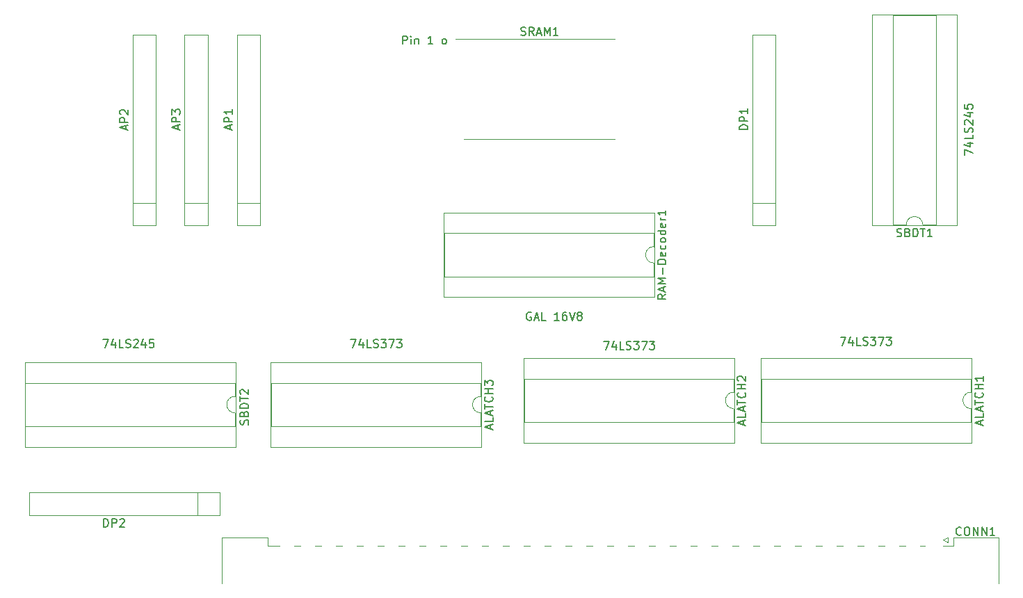
<source format=gbr>
%TF.GenerationSoftware,KiCad,Pcbnew,8.0.1*%
%TF.CreationDate,2024-03-31T12:23:00+01:00*%
%TF.ProjectId,Apricot-Xi-Expansion-RAM,41707269-636f-4742-9d58-692d45787061,rev?*%
%TF.SameCoordinates,Original*%
%TF.FileFunction,Legend,Top*%
%TF.FilePolarity,Positive*%
%FSLAX46Y46*%
G04 Gerber Fmt 4.6, Leading zero omitted, Abs format (unit mm)*
G04 Created by KiCad (PCBNEW 8.0.1) date 2024-03-31 12:23:00*
%MOMM*%
%LPD*%
G01*
G04 APERTURE LIST*
%ADD10C,0.200000*%
%ADD11C,0.150000*%
%ADD12C,0.120000*%
%ADD13C,0.100000*%
G04 APERTURE END LIST*
D10*
X146061673Y-52692719D02*
X146061673Y-51692719D01*
X146061673Y-51692719D02*
X146442625Y-51692719D01*
X146442625Y-51692719D02*
X146537863Y-51740338D01*
X146537863Y-51740338D02*
X146585482Y-51787957D01*
X146585482Y-51787957D02*
X146633101Y-51883195D01*
X146633101Y-51883195D02*
X146633101Y-52026052D01*
X146633101Y-52026052D02*
X146585482Y-52121290D01*
X146585482Y-52121290D02*
X146537863Y-52168909D01*
X146537863Y-52168909D02*
X146442625Y-52216528D01*
X146442625Y-52216528D02*
X146061673Y-52216528D01*
X147061673Y-52692719D02*
X147061673Y-52026052D01*
X147061673Y-51692719D02*
X147014054Y-51740338D01*
X147014054Y-51740338D02*
X147061673Y-51787957D01*
X147061673Y-51787957D02*
X147109292Y-51740338D01*
X147109292Y-51740338D02*
X147061673Y-51692719D01*
X147061673Y-51692719D02*
X147061673Y-51787957D01*
X147537863Y-52026052D02*
X147537863Y-52692719D01*
X147537863Y-52121290D02*
X147585482Y-52073671D01*
X147585482Y-52073671D02*
X147680720Y-52026052D01*
X147680720Y-52026052D02*
X147823577Y-52026052D01*
X147823577Y-52026052D02*
X147918815Y-52073671D01*
X147918815Y-52073671D02*
X147966434Y-52168909D01*
X147966434Y-52168909D02*
X147966434Y-52692719D01*
X149728339Y-52692719D02*
X149156911Y-52692719D01*
X149442625Y-52692719D02*
X149442625Y-51692719D01*
X149442625Y-51692719D02*
X149347387Y-51835576D01*
X149347387Y-51835576D02*
X149252149Y-51930814D01*
X149252149Y-51930814D02*
X149156911Y-51978433D01*
X151061673Y-52692719D02*
X150966435Y-52645100D01*
X150966435Y-52645100D02*
X150918816Y-52597480D01*
X150918816Y-52597480D02*
X150871197Y-52502242D01*
X150871197Y-52502242D02*
X150871197Y-52216528D01*
X150871197Y-52216528D02*
X150918816Y-52121290D01*
X150918816Y-52121290D02*
X150966435Y-52073671D01*
X150966435Y-52073671D02*
X151061673Y-52026052D01*
X151061673Y-52026052D02*
X151204530Y-52026052D01*
X151204530Y-52026052D02*
X151299768Y-52073671D01*
X151299768Y-52073671D02*
X151347387Y-52121290D01*
X151347387Y-52121290D02*
X151395006Y-52216528D01*
X151395006Y-52216528D02*
X151395006Y-52502242D01*
X151395006Y-52502242D02*
X151347387Y-52597480D01*
X151347387Y-52597480D02*
X151299768Y-52645100D01*
X151299768Y-52645100D02*
X151204530Y-52692719D01*
X151204530Y-52692719D02*
X151061673Y-52692719D01*
D11*
X109585725Y-88634833D02*
X110252391Y-88634833D01*
X110252391Y-88634833D02*
X109823820Y-89634833D01*
X111061915Y-88968166D02*
X111061915Y-89634833D01*
X110823820Y-88587214D02*
X110585725Y-89301499D01*
X110585725Y-89301499D02*
X111204772Y-89301499D01*
X112061915Y-89634833D02*
X111585725Y-89634833D01*
X111585725Y-89634833D02*
X111585725Y-88634833D01*
X112347630Y-89587214D02*
X112490487Y-89634833D01*
X112490487Y-89634833D02*
X112728582Y-89634833D01*
X112728582Y-89634833D02*
X112823820Y-89587214D01*
X112823820Y-89587214D02*
X112871439Y-89539594D01*
X112871439Y-89539594D02*
X112919058Y-89444356D01*
X112919058Y-89444356D02*
X112919058Y-89349118D01*
X112919058Y-89349118D02*
X112871439Y-89253880D01*
X112871439Y-89253880D02*
X112823820Y-89206261D01*
X112823820Y-89206261D02*
X112728582Y-89158642D01*
X112728582Y-89158642D02*
X112538106Y-89111023D01*
X112538106Y-89111023D02*
X112442868Y-89063404D01*
X112442868Y-89063404D02*
X112395249Y-89015785D01*
X112395249Y-89015785D02*
X112347630Y-88920547D01*
X112347630Y-88920547D02*
X112347630Y-88825309D01*
X112347630Y-88825309D02*
X112395249Y-88730071D01*
X112395249Y-88730071D02*
X112442868Y-88682452D01*
X112442868Y-88682452D02*
X112538106Y-88634833D01*
X112538106Y-88634833D02*
X112776201Y-88634833D01*
X112776201Y-88634833D02*
X112919058Y-88682452D01*
X113300011Y-88730071D02*
X113347630Y-88682452D01*
X113347630Y-88682452D02*
X113442868Y-88634833D01*
X113442868Y-88634833D02*
X113680963Y-88634833D01*
X113680963Y-88634833D02*
X113776201Y-88682452D01*
X113776201Y-88682452D02*
X113823820Y-88730071D01*
X113823820Y-88730071D02*
X113871439Y-88825309D01*
X113871439Y-88825309D02*
X113871439Y-88920547D01*
X113871439Y-88920547D02*
X113823820Y-89063404D01*
X113823820Y-89063404D02*
X113252392Y-89634833D01*
X113252392Y-89634833D02*
X113871439Y-89634833D01*
X114728582Y-88968166D02*
X114728582Y-89634833D01*
X114490487Y-88587214D02*
X114252392Y-89301499D01*
X114252392Y-89301499D02*
X114871439Y-89301499D01*
X115728582Y-88634833D02*
X115252392Y-88634833D01*
X115252392Y-88634833D02*
X115204773Y-89111023D01*
X115204773Y-89111023D02*
X115252392Y-89063404D01*
X115252392Y-89063404D02*
X115347630Y-89015785D01*
X115347630Y-89015785D02*
X115585725Y-89015785D01*
X115585725Y-89015785D02*
X115680963Y-89063404D01*
X115680963Y-89063404D02*
X115728582Y-89111023D01*
X115728582Y-89111023D02*
X115776201Y-89206261D01*
X115776201Y-89206261D02*
X115776201Y-89444356D01*
X115776201Y-89444356D02*
X115728582Y-89539594D01*
X115728582Y-89539594D02*
X115680963Y-89587214D01*
X115680963Y-89587214D02*
X115585725Y-89634833D01*
X115585725Y-89634833D02*
X115347630Y-89634833D01*
X115347630Y-89634833D02*
X115252392Y-89587214D01*
X115252392Y-89587214D02*
X115204773Y-89539594D01*
X139749688Y-88634833D02*
X140416354Y-88634833D01*
X140416354Y-88634833D02*
X139987783Y-89634833D01*
X141225878Y-88968166D02*
X141225878Y-89634833D01*
X140987783Y-88587214D02*
X140749688Y-89301499D01*
X140749688Y-89301499D02*
X141368735Y-89301499D01*
X142225878Y-89634833D02*
X141749688Y-89634833D01*
X141749688Y-89634833D02*
X141749688Y-88634833D01*
X142511593Y-89587214D02*
X142654450Y-89634833D01*
X142654450Y-89634833D02*
X142892545Y-89634833D01*
X142892545Y-89634833D02*
X142987783Y-89587214D01*
X142987783Y-89587214D02*
X143035402Y-89539594D01*
X143035402Y-89539594D02*
X143083021Y-89444356D01*
X143083021Y-89444356D02*
X143083021Y-89349118D01*
X143083021Y-89349118D02*
X143035402Y-89253880D01*
X143035402Y-89253880D02*
X142987783Y-89206261D01*
X142987783Y-89206261D02*
X142892545Y-89158642D01*
X142892545Y-89158642D02*
X142702069Y-89111023D01*
X142702069Y-89111023D02*
X142606831Y-89063404D01*
X142606831Y-89063404D02*
X142559212Y-89015785D01*
X142559212Y-89015785D02*
X142511593Y-88920547D01*
X142511593Y-88920547D02*
X142511593Y-88825309D01*
X142511593Y-88825309D02*
X142559212Y-88730071D01*
X142559212Y-88730071D02*
X142606831Y-88682452D01*
X142606831Y-88682452D02*
X142702069Y-88634833D01*
X142702069Y-88634833D02*
X142940164Y-88634833D01*
X142940164Y-88634833D02*
X143083021Y-88682452D01*
X143416355Y-88634833D02*
X144035402Y-88634833D01*
X144035402Y-88634833D02*
X143702069Y-89015785D01*
X143702069Y-89015785D02*
X143844926Y-89015785D01*
X143844926Y-89015785D02*
X143940164Y-89063404D01*
X143940164Y-89063404D02*
X143987783Y-89111023D01*
X143987783Y-89111023D02*
X144035402Y-89206261D01*
X144035402Y-89206261D02*
X144035402Y-89444356D01*
X144035402Y-89444356D02*
X143987783Y-89539594D01*
X143987783Y-89539594D02*
X143940164Y-89587214D01*
X143940164Y-89587214D02*
X143844926Y-89634833D01*
X143844926Y-89634833D02*
X143559212Y-89634833D01*
X143559212Y-89634833D02*
X143463974Y-89587214D01*
X143463974Y-89587214D02*
X143416355Y-89539594D01*
X144368736Y-88634833D02*
X145035402Y-88634833D01*
X145035402Y-88634833D02*
X144606831Y-89634833D01*
X145321117Y-88634833D02*
X145940164Y-88634833D01*
X145940164Y-88634833D02*
X145606831Y-89015785D01*
X145606831Y-89015785D02*
X145749688Y-89015785D01*
X145749688Y-89015785D02*
X145844926Y-89063404D01*
X145844926Y-89063404D02*
X145892545Y-89111023D01*
X145892545Y-89111023D02*
X145940164Y-89206261D01*
X145940164Y-89206261D02*
X145940164Y-89444356D01*
X145940164Y-89444356D02*
X145892545Y-89539594D01*
X145892545Y-89539594D02*
X145844926Y-89587214D01*
X145844926Y-89587214D02*
X145749688Y-89634833D01*
X145749688Y-89634833D02*
X145463974Y-89634833D01*
X145463974Y-89634833D02*
X145368736Y-89587214D01*
X145368736Y-89587214D02*
X145321117Y-89539594D01*
X170538043Y-88870258D02*
X171204709Y-88870258D01*
X171204709Y-88870258D02*
X170776138Y-89870258D01*
X172014233Y-89203591D02*
X172014233Y-89870258D01*
X171776138Y-88822639D02*
X171538043Y-89536924D01*
X171538043Y-89536924D02*
X172157090Y-89536924D01*
X173014233Y-89870258D02*
X172538043Y-89870258D01*
X172538043Y-89870258D02*
X172538043Y-88870258D01*
X173299948Y-89822639D02*
X173442805Y-89870258D01*
X173442805Y-89870258D02*
X173680900Y-89870258D01*
X173680900Y-89870258D02*
X173776138Y-89822639D01*
X173776138Y-89822639D02*
X173823757Y-89775019D01*
X173823757Y-89775019D02*
X173871376Y-89679781D01*
X173871376Y-89679781D02*
X173871376Y-89584543D01*
X173871376Y-89584543D02*
X173823757Y-89489305D01*
X173823757Y-89489305D02*
X173776138Y-89441686D01*
X173776138Y-89441686D02*
X173680900Y-89394067D01*
X173680900Y-89394067D02*
X173490424Y-89346448D01*
X173490424Y-89346448D02*
X173395186Y-89298829D01*
X173395186Y-89298829D02*
X173347567Y-89251210D01*
X173347567Y-89251210D02*
X173299948Y-89155972D01*
X173299948Y-89155972D02*
X173299948Y-89060734D01*
X173299948Y-89060734D02*
X173347567Y-88965496D01*
X173347567Y-88965496D02*
X173395186Y-88917877D01*
X173395186Y-88917877D02*
X173490424Y-88870258D01*
X173490424Y-88870258D02*
X173728519Y-88870258D01*
X173728519Y-88870258D02*
X173871376Y-88917877D01*
X174204710Y-88870258D02*
X174823757Y-88870258D01*
X174823757Y-88870258D02*
X174490424Y-89251210D01*
X174490424Y-89251210D02*
X174633281Y-89251210D01*
X174633281Y-89251210D02*
X174728519Y-89298829D01*
X174728519Y-89298829D02*
X174776138Y-89346448D01*
X174776138Y-89346448D02*
X174823757Y-89441686D01*
X174823757Y-89441686D02*
X174823757Y-89679781D01*
X174823757Y-89679781D02*
X174776138Y-89775019D01*
X174776138Y-89775019D02*
X174728519Y-89822639D01*
X174728519Y-89822639D02*
X174633281Y-89870258D01*
X174633281Y-89870258D02*
X174347567Y-89870258D01*
X174347567Y-89870258D02*
X174252329Y-89822639D01*
X174252329Y-89822639D02*
X174204710Y-89775019D01*
X175157091Y-88870258D02*
X175823757Y-88870258D01*
X175823757Y-88870258D02*
X175395186Y-89870258D01*
X176109472Y-88870258D02*
X176728519Y-88870258D01*
X176728519Y-88870258D02*
X176395186Y-89251210D01*
X176395186Y-89251210D02*
X176538043Y-89251210D01*
X176538043Y-89251210D02*
X176633281Y-89298829D01*
X176633281Y-89298829D02*
X176680900Y-89346448D01*
X176680900Y-89346448D02*
X176728519Y-89441686D01*
X176728519Y-89441686D02*
X176728519Y-89679781D01*
X176728519Y-89679781D02*
X176680900Y-89775019D01*
X176680900Y-89775019D02*
X176633281Y-89822639D01*
X176633281Y-89822639D02*
X176538043Y-89870258D01*
X176538043Y-89870258D02*
X176252329Y-89870258D01*
X176252329Y-89870258D02*
X176157091Y-89822639D01*
X176157091Y-89822639D02*
X176109472Y-89775019D01*
X214453557Y-66196827D02*
X214453557Y-65530161D01*
X214453557Y-65530161D02*
X215453557Y-65958732D01*
X214786890Y-64720637D02*
X215453557Y-64720637D01*
X214405938Y-64958732D02*
X215120223Y-65196827D01*
X215120223Y-65196827D02*
X215120223Y-64577780D01*
X215453557Y-63720637D02*
X215453557Y-64196827D01*
X215453557Y-64196827D02*
X214453557Y-64196827D01*
X215405938Y-63434922D02*
X215453557Y-63292065D01*
X215453557Y-63292065D02*
X215453557Y-63053970D01*
X215453557Y-63053970D02*
X215405938Y-62958732D01*
X215405938Y-62958732D02*
X215358318Y-62911113D01*
X215358318Y-62911113D02*
X215263080Y-62863494D01*
X215263080Y-62863494D02*
X215167842Y-62863494D01*
X215167842Y-62863494D02*
X215072604Y-62911113D01*
X215072604Y-62911113D02*
X215024985Y-62958732D01*
X215024985Y-62958732D02*
X214977366Y-63053970D01*
X214977366Y-63053970D02*
X214929747Y-63244446D01*
X214929747Y-63244446D02*
X214882128Y-63339684D01*
X214882128Y-63339684D02*
X214834509Y-63387303D01*
X214834509Y-63387303D02*
X214739271Y-63434922D01*
X214739271Y-63434922D02*
X214644033Y-63434922D01*
X214644033Y-63434922D02*
X214548795Y-63387303D01*
X214548795Y-63387303D02*
X214501176Y-63339684D01*
X214501176Y-63339684D02*
X214453557Y-63244446D01*
X214453557Y-63244446D02*
X214453557Y-63006351D01*
X214453557Y-63006351D02*
X214501176Y-62863494D01*
X214548795Y-62482541D02*
X214501176Y-62434922D01*
X214501176Y-62434922D02*
X214453557Y-62339684D01*
X214453557Y-62339684D02*
X214453557Y-62101589D01*
X214453557Y-62101589D02*
X214501176Y-62006351D01*
X214501176Y-62006351D02*
X214548795Y-61958732D01*
X214548795Y-61958732D02*
X214644033Y-61911113D01*
X214644033Y-61911113D02*
X214739271Y-61911113D01*
X214739271Y-61911113D02*
X214882128Y-61958732D01*
X214882128Y-61958732D02*
X215453557Y-62530160D01*
X215453557Y-62530160D02*
X215453557Y-61911113D01*
X214786890Y-61053970D02*
X215453557Y-61053970D01*
X214405938Y-61292065D02*
X215120223Y-61530160D01*
X215120223Y-61530160D02*
X215120223Y-60911113D01*
X214453557Y-60053970D02*
X214453557Y-60530160D01*
X214453557Y-60530160D02*
X214929747Y-60577779D01*
X214929747Y-60577779D02*
X214882128Y-60530160D01*
X214882128Y-60530160D02*
X214834509Y-60434922D01*
X214834509Y-60434922D02*
X214834509Y-60196827D01*
X214834509Y-60196827D02*
X214882128Y-60101589D01*
X214882128Y-60101589D02*
X214929747Y-60053970D01*
X214929747Y-60053970D02*
X215024985Y-60006351D01*
X215024985Y-60006351D02*
X215263080Y-60006351D01*
X215263080Y-60006351D02*
X215358318Y-60053970D01*
X215358318Y-60053970D02*
X215405938Y-60101589D01*
X215405938Y-60101589D02*
X215453557Y-60196827D01*
X215453557Y-60196827D02*
X215453557Y-60434922D01*
X215453557Y-60434922D02*
X215405938Y-60530160D01*
X215405938Y-60530160D02*
X215358318Y-60577779D01*
X161695142Y-85365995D02*
X161599904Y-85318376D01*
X161599904Y-85318376D02*
X161457047Y-85318376D01*
X161457047Y-85318376D02*
X161314190Y-85365995D01*
X161314190Y-85365995D02*
X161218952Y-85461233D01*
X161218952Y-85461233D02*
X161171333Y-85556471D01*
X161171333Y-85556471D02*
X161123714Y-85746947D01*
X161123714Y-85746947D02*
X161123714Y-85889804D01*
X161123714Y-85889804D02*
X161171333Y-86080280D01*
X161171333Y-86080280D02*
X161218952Y-86175518D01*
X161218952Y-86175518D02*
X161314190Y-86270757D01*
X161314190Y-86270757D02*
X161457047Y-86318376D01*
X161457047Y-86318376D02*
X161552285Y-86318376D01*
X161552285Y-86318376D02*
X161695142Y-86270757D01*
X161695142Y-86270757D02*
X161742761Y-86223137D01*
X161742761Y-86223137D02*
X161742761Y-85889804D01*
X161742761Y-85889804D02*
X161552285Y-85889804D01*
X162123714Y-86032661D02*
X162599904Y-86032661D01*
X162028476Y-86318376D02*
X162361809Y-85318376D01*
X162361809Y-85318376D02*
X162695142Y-86318376D01*
X163504666Y-86318376D02*
X163028476Y-86318376D01*
X163028476Y-86318376D02*
X163028476Y-85318376D01*
X165123714Y-86318376D02*
X164552286Y-86318376D01*
X164838000Y-86318376D02*
X164838000Y-85318376D01*
X164838000Y-85318376D02*
X164742762Y-85461233D01*
X164742762Y-85461233D02*
X164647524Y-85556471D01*
X164647524Y-85556471D02*
X164552286Y-85604090D01*
X165980857Y-85318376D02*
X165790381Y-85318376D01*
X165790381Y-85318376D02*
X165695143Y-85365995D01*
X165695143Y-85365995D02*
X165647524Y-85413614D01*
X165647524Y-85413614D02*
X165552286Y-85556471D01*
X165552286Y-85556471D02*
X165504667Y-85746947D01*
X165504667Y-85746947D02*
X165504667Y-86127899D01*
X165504667Y-86127899D02*
X165552286Y-86223137D01*
X165552286Y-86223137D02*
X165599905Y-86270757D01*
X165599905Y-86270757D02*
X165695143Y-86318376D01*
X165695143Y-86318376D02*
X165885619Y-86318376D01*
X165885619Y-86318376D02*
X165980857Y-86270757D01*
X165980857Y-86270757D02*
X166028476Y-86223137D01*
X166028476Y-86223137D02*
X166076095Y-86127899D01*
X166076095Y-86127899D02*
X166076095Y-85889804D01*
X166076095Y-85889804D02*
X166028476Y-85794566D01*
X166028476Y-85794566D02*
X165980857Y-85746947D01*
X165980857Y-85746947D02*
X165885619Y-85699328D01*
X165885619Y-85699328D02*
X165695143Y-85699328D01*
X165695143Y-85699328D02*
X165599905Y-85746947D01*
X165599905Y-85746947D02*
X165552286Y-85794566D01*
X165552286Y-85794566D02*
X165504667Y-85889804D01*
X166361810Y-85318376D02*
X166695143Y-86318376D01*
X166695143Y-86318376D02*
X167028476Y-85318376D01*
X167504667Y-85746947D02*
X167409429Y-85699328D01*
X167409429Y-85699328D02*
X167361810Y-85651709D01*
X167361810Y-85651709D02*
X167314191Y-85556471D01*
X167314191Y-85556471D02*
X167314191Y-85508852D01*
X167314191Y-85508852D02*
X167361810Y-85413614D01*
X167361810Y-85413614D02*
X167409429Y-85365995D01*
X167409429Y-85365995D02*
X167504667Y-85318376D01*
X167504667Y-85318376D02*
X167695143Y-85318376D01*
X167695143Y-85318376D02*
X167790381Y-85365995D01*
X167790381Y-85365995D02*
X167838000Y-85413614D01*
X167838000Y-85413614D02*
X167885619Y-85508852D01*
X167885619Y-85508852D02*
X167885619Y-85556471D01*
X167885619Y-85556471D02*
X167838000Y-85651709D01*
X167838000Y-85651709D02*
X167790381Y-85699328D01*
X167790381Y-85699328D02*
X167695143Y-85746947D01*
X167695143Y-85746947D02*
X167504667Y-85746947D01*
X167504667Y-85746947D02*
X167409429Y-85794566D01*
X167409429Y-85794566D02*
X167361810Y-85842185D01*
X167361810Y-85842185D02*
X167314191Y-85937423D01*
X167314191Y-85937423D02*
X167314191Y-86127899D01*
X167314191Y-86127899D02*
X167361810Y-86223137D01*
X167361810Y-86223137D02*
X167409429Y-86270757D01*
X167409429Y-86270757D02*
X167504667Y-86318376D01*
X167504667Y-86318376D02*
X167695143Y-86318376D01*
X167695143Y-86318376D02*
X167790381Y-86270757D01*
X167790381Y-86270757D02*
X167838000Y-86223137D01*
X167838000Y-86223137D02*
X167885619Y-86127899D01*
X167885619Y-86127899D02*
X167885619Y-85937423D01*
X167885619Y-85937423D02*
X167838000Y-85842185D01*
X167838000Y-85842185D02*
X167790381Y-85794566D01*
X167790381Y-85794566D02*
X167695143Y-85746947D01*
X199362555Y-88355535D02*
X200029221Y-88355535D01*
X200029221Y-88355535D02*
X199600650Y-89355535D01*
X200838745Y-88688868D02*
X200838745Y-89355535D01*
X200600650Y-88307916D02*
X200362555Y-89022201D01*
X200362555Y-89022201D02*
X200981602Y-89022201D01*
X201838745Y-89355535D02*
X201362555Y-89355535D01*
X201362555Y-89355535D02*
X201362555Y-88355535D01*
X202124460Y-89307916D02*
X202267317Y-89355535D01*
X202267317Y-89355535D02*
X202505412Y-89355535D01*
X202505412Y-89355535D02*
X202600650Y-89307916D01*
X202600650Y-89307916D02*
X202648269Y-89260296D01*
X202648269Y-89260296D02*
X202695888Y-89165058D01*
X202695888Y-89165058D02*
X202695888Y-89069820D01*
X202695888Y-89069820D02*
X202648269Y-88974582D01*
X202648269Y-88974582D02*
X202600650Y-88926963D01*
X202600650Y-88926963D02*
X202505412Y-88879344D01*
X202505412Y-88879344D02*
X202314936Y-88831725D01*
X202314936Y-88831725D02*
X202219698Y-88784106D01*
X202219698Y-88784106D02*
X202172079Y-88736487D01*
X202172079Y-88736487D02*
X202124460Y-88641249D01*
X202124460Y-88641249D02*
X202124460Y-88546011D01*
X202124460Y-88546011D02*
X202172079Y-88450773D01*
X202172079Y-88450773D02*
X202219698Y-88403154D01*
X202219698Y-88403154D02*
X202314936Y-88355535D01*
X202314936Y-88355535D02*
X202553031Y-88355535D01*
X202553031Y-88355535D02*
X202695888Y-88403154D01*
X203029222Y-88355535D02*
X203648269Y-88355535D01*
X203648269Y-88355535D02*
X203314936Y-88736487D01*
X203314936Y-88736487D02*
X203457793Y-88736487D01*
X203457793Y-88736487D02*
X203553031Y-88784106D01*
X203553031Y-88784106D02*
X203600650Y-88831725D01*
X203600650Y-88831725D02*
X203648269Y-88926963D01*
X203648269Y-88926963D02*
X203648269Y-89165058D01*
X203648269Y-89165058D02*
X203600650Y-89260296D01*
X203600650Y-89260296D02*
X203553031Y-89307916D01*
X203553031Y-89307916D02*
X203457793Y-89355535D01*
X203457793Y-89355535D02*
X203172079Y-89355535D01*
X203172079Y-89355535D02*
X203076841Y-89307916D01*
X203076841Y-89307916D02*
X203029222Y-89260296D01*
X203981603Y-88355535D02*
X204648269Y-88355535D01*
X204648269Y-88355535D02*
X204219698Y-89355535D01*
X204933984Y-88355535D02*
X205553031Y-88355535D01*
X205553031Y-88355535D02*
X205219698Y-88736487D01*
X205219698Y-88736487D02*
X205362555Y-88736487D01*
X205362555Y-88736487D02*
X205457793Y-88784106D01*
X205457793Y-88784106D02*
X205505412Y-88831725D01*
X205505412Y-88831725D02*
X205553031Y-88926963D01*
X205553031Y-88926963D02*
X205553031Y-89165058D01*
X205553031Y-89165058D02*
X205505412Y-89260296D01*
X205505412Y-89260296D02*
X205457793Y-89307916D01*
X205457793Y-89307916D02*
X205362555Y-89355535D01*
X205362555Y-89355535D02*
X205076841Y-89355535D01*
X205076841Y-89355535D02*
X204981603Y-89307916D01*
X204981603Y-89307916D02*
X204933984Y-89260296D01*
X214053904Y-112395080D02*
X214006285Y-112442700D01*
X214006285Y-112442700D02*
X213863428Y-112490319D01*
X213863428Y-112490319D02*
X213768190Y-112490319D01*
X213768190Y-112490319D02*
X213625333Y-112442700D01*
X213625333Y-112442700D02*
X213530095Y-112347461D01*
X213530095Y-112347461D02*
X213482476Y-112252223D01*
X213482476Y-112252223D02*
X213434857Y-112061747D01*
X213434857Y-112061747D02*
X213434857Y-111918890D01*
X213434857Y-111918890D02*
X213482476Y-111728414D01*
X213482476Y-111728414D02*
X213530095Y-111633176D01*
X213530095Y-111633176D02*
X213625333Y-111537938D01*
X213625333Y-111537938D02*
X213768190Y-111490319D01*
X213768190Y-111490319D02*
X213863428Y-111490319D01*
X213863428Y-111490319D02*
X214006285Y-111537938D01*
X214006285Y-111537938D02*
X214053904Y-111585557D01*
X214672952Y-111490319D02*
X214863428Y-111490319D01*
X214863428Y-111490319D02*
X214958666Y-111537938D01*
X214958666Y-111537938D02*
X215053904Y-111633176D01*
X215053904Y-111633176D02*
X215101523Y-111823652D01*
X215101523Y-111823652D02*
X215101523Y-112156985D01*
X215101523Y-112156985D02*
X215053904Y-112347461D01*
X215053904Y-112347461D02*
X214958666Y-112442700D01*
X214958666Y-112442700D02*
X214863428Y-112490319D01*
X214863428Y-112490319D02*
X214672952Y-112490319D01*
X214672952Y-112490319D02*
X214577714Y-112442700D01*
X214577714Y-112442700D02*
X214482476Y-112347461D01*
X214482476Y-112347461D02*
X214434857Y-112156985D01*
X214434857Y-112156985D02*
X214434857Y-111823652D01*
X214434857Y-111823652D02*
X214482476Y-111633176D01*
X214482476Y-111633176D02*
X214577714Y-111537938D01*
X214577714Y-111537938D02*
X214672952Y-111490319D01*
X215530095Y-112490319D02*
X215530095Y-111490319D01*
X215530095Y-111490319D02*
X216101523Y-112490319D01*
X216101523Y-112490319D02*
X216101523Y-111490319D01*
X216577714Y-112490319D02*
X216577714Y-111490319D01*
X216577714Y-111490319D02*
X217149142Y-112490319D01*
X217149142Y-112490319D02*
X217149142Y-111490319D01*
X218149142Y-112490319D02*
X217577714Y-112490319D01*
X217863428Y-112490319D02*
X217863428Y-111490319D01*
X217863428Y-111490319D02*
X217768190Y-111633176D01*
X217768190Y-111633176D02*
X217672952Y-111728414D01*
X217672952Y-111728414D02*
X217577714Y-111776033D01*
X216438104Y-99020180D02*
X216438104Y-98543990D01*
X216723819Y-99115418D02*
X215723819Y-98782085D01*
X215723819Y-98782085D02*
X216723819Y-98448752D01*
X216723819Y-97639228D02*
X216723819Y-98115418D01*
X216723819Y-98115418D02*
X215723819Y-98115418D01*
X216438104Y-97353513D02*
X216438104Y-96877323D01*
X216723819Y-97448751D02*
X215723819Y-97115418D01*
X215723819Y-97115418D02*
X216723819Y-96782085D01*
X215723819Y-96591608D02*
X215723819Y-96020180D01*
X216723819Y-96305894D02*
X215723819Y-96305894D01*
X216628580Y-95115418D02*
X216676200Y-95163037D01*
X216676200Y-95163037D02*
X216723819Y-95305894D01*
X216723819Y-95305894D02*
X216723819Y-95401132D01*
X216723819Y-95401132D02*
X216676200Y-95543989D01*
X216676200Y-95543989D02*
X216580961Y-95639227D01*
X216580961Y-95639227D02*
X216485723Y-95686846D01*
X216485723Y-95686846D02*
X216295247Y-95734465D01*
X216295247Y-95734465D02*
X216152390Y-95734465D01*
X216152390Y-95734465D02*
X215961914Y-95686846D01*
X215961914Y-95686846D02*
X215866676Y-95639227D01*
X215866676Y-95639227D02*
X215771438Y-95543989D01*
X215771438Y-95543989D02*
X215723819Y-95401132D01*
X215723819Y-95401132D02*
X215723819Y-95305894D01*
X215723819Y-95305894D02*
X215771438Y-95163037D01*
X215771438Y-95163037D02*
X215819057Y-95115418D01*
X216723819Y-94686846D02*
X215723819Y-94686846D01*
X216200009Y-94686846D02*
X216200009Y-94115418D01*
X216723819Y-94115418D02*
X215723819Y-94115418D01*
X216723819Y-93115418D02*
X216723819Y-93686846D01*
X216723819Y-93401132D02*
X215723819Y-93401132D01*
X215723819Y-93401132D02*
X215866676Y-93496370D01*
X215866676Y-93496370D02*
X215961914Y-93591608D01*
X215961914Y-93591608D02*
X216009533Y-93686846D01*
X156741804Y-99533480D02*
X156741804Y-99057290D01*
X157027519Y-99628718D02*
X156027519Y-99295385D01*
X156027519Y-99295385D02*
X157027519Y-98962052D01*
X157027519Y-98152528D02*
X157027519Y-98628718D01*
X157027519Y-98628718D02*
X156027519Y-98628718D01*
X156741804Y-97866813D02*
X156741804Y-97390623D01*
X157027519Y-97962051D02*
X156027519Y-97628718D01*
X156027519Y-97628718D02*
X157027519Y-97295385D01*
X156027519Y-97104908D02*
X156027519Y-96533480D01*
X157027519Y-96819194D02*
X156027519Y-96819194D01*
X156932280Y-95628718D02*
X156979900Y-95676337D01*
X156979900Y-95676337D02*
X157027519Y-95819194D01*
X157027519Y-95819194D02*
X157027519Y-95914432D01*
X157027519Y-95914432D02*
X156979900Y-96057289D01*
X156979900Y-96057289D02*
X156884661Y-96152527D01*
X156884661Y-96152527D02*
X156789423Y-96200146D01*
X156789423Y-96200146D02*
X156598947Y-96247765D01*
X156598947Y-96247765D02*
X156456090Y-96247765D01*
X156456090Y-96247765D02*
X156265614Y-96200146D01*
X156265614Y-96200146D02*
X156170376Y-96152527D01*
X156170376Y-96152527D02*
X156075138Y-96057289D01*
X156075138Y-96057289D02*
X156027519Y-95914432D01*
X156027519Y-95914432D02*
X156027519Y-95819194D01*
X156027519Y-95819194D02*
X156075138Y-95676337D01*
X156075138Y-95676337D02*
X156122757Y-95628718D01*
X157027519Y-95200146D02*
X156027519Y-95200146D01*
X156503709Y-95200146D02*
X156503709Y-94628718D01*
X157027519Y-94628718D02*
X156027519Y-94628718D01*
X156027519Y-94247765D02*
X156027519Y-93628718D01*
X156027519Y-93628718D02*
X156408471Y-93962051D01*
X156408471Y-93962051D02*
X156408471Y-93819194D01*
X156408471Y-93819194D02*
X156456090Y-93723956D01*
X156456090Y-93723956D02*
X156503709Y-93676337D01*
X156503709Y-93676337D02*
X156598947Y-93628718D01*
X156598947Y-93628718D02*
X156837042Y-93628718D01*
X156837042Y-93628718D02*
X156932280Y-93676337D01*
X156932280Y-93676337D02*
X156979900Y-93723956D01*
X156979900Y-93723956D02*
X157027519Y-93819194D01*
X157027519Y-93819194D02*
X157027519Y-94104908D01*
X157027519Y-94104908D02*
X156979900Y-94200146D01*
X156979900Y-94200146D02*
X156932280Y-94247765D01*
X125049804Y-63059385D02*
X125049804Y-62583195D01*
X125335519Y-63154623D02*
X124335519Y-62821290D01*
X124335519Y-62821290D02*
X125335519Y-62487957D01*
X125335519Y-62154623D02*
X124335519Y-62154623D01*
X124335519Y-62154623D02*
X124335519Y-61773671D01*
X124335519Y-61773671D02*
X124383138Y-61678433D01*
X124383138Y-61678433D02*
X124430757Y-61630814D01*
X124430757Y-61630814D02*
X124525995Y-61583195D01*
X124525995Y-61583195D02*
X124668852Y-61583195D01*
X124668852Y-61583195D02*
X124764090Y-61630814D01*
X124764090Y-61630814D02*
X124811709Y-61678433D01*
X124811709Y-61678433D02*
X124859328Y-61773671D01*
X124859328Y-61773671D02*
X124859328Y-62154623D01*
X125335519Y-60630814D02*
X125335519Y-61202242D01*
X125335519Y-60916528D02*
X124335519Y-60916528D01*
X124335519Y-60916528D02*
X124478376Y-61011766D01*
X124478376Y-61011766D02*
X124573614Y-61107004D01*
X124573614Y-61107004D02*
X124621233Y-61202242D01*
X112353304Y-63090585D02*
X112353304Y-62614395D01*
X112639019Y-63185823D02*
X111639019Y-62852490D01*
X111639019Y-62852490D02*
X112639019Y-62519157D01*
X112639019Y-62185823D02*
X111639019Y-62185823D01*
X111639019Y-62185823D02*
X111639019Y-61804871D01*
X111639019Y-61804871D02*
X111686638Y-61709633D01*
X111686638Y-61709633D02*
X111734257Y-61662014D01*
X111734257Y-61662014D02*
X111829495Y-61614395D01*
X111829495Y-61614395D02*
X111972352Y-61614395D01*
X111972352Y-61614395D02*
X112067590Y-61662014D01*
X112067590Y-61662014D02*
X112115209Y-61709633D01*
X112115209Y-61709633D02*
X112162828Y-61804871D01*
X112162828Y-61804871D02*
X112162828Y-62185823D01*
X111734257Y-61233442D02*
X111686638Y-61185823D01*
X111686638Y-61185823D02*
X111639019Y-61090585D01*
X111639019Y-61090585D02*
X111639019Y-60852490D01*
X111639019Y-60852490D02*
X111686638Y-60757252D01*
X111686638Y-60757252D02*
X111734257Y-60709633D01*
X111734257Y-60709633D02*
X111829495Y-60662014D01*
X111829495Y-60662014D02*
X111924733Y-60662014D01*
X111924733Y-60662014D02*
X112067590Y-60709633D01*
X112067590Y-60709633D02*
X112639019Y-61281061D01*
X112639019Y-61281061D02*
X112639019Y-60662014D01*
X118686004Y-63059385D02*
X118686004Y-62583195D01*
X118971719Y-63154623D02*
X117971719Y-62821290D01*
X117971719Y-62821290D02*
X118971719Y-62487957D01*
X118971719Y-62154623D02*
X117971719Y-62154623D01*
X117971719Y-62154623D02*
X117971719Y-61773671D01*
X117971719Y-61773671D02*
X118019338Y-61678433D01*
X118019338Y-61678433D02*
X118066957Y-61630814D01*
X118066957Y-61630814D02*
X118162195Y-61583195D01*
X118162195Y-61583195D02*
X118305052Y-61583195D01*
X118305052Y-61583195D02*
X118400290Y-61630814D01*
X118400290Y-61630814D02*
X118447909Y-61678433D01*
X118447909Y-61678433D02*
X118495528Y-61773671D01*
X118495528Y-61773671D02*
X118495528Y-62154623D01*
X117971719Y-61249861D02*
X117971719Y-60630814D01*
X117971719Y-60630814D02*
X118352671Y-60964147D01*
X118352671Y-60964147D02*
X118352671Y-60821290D01*
X118352671Y-60821290D02*
X118400290Y-60726052D01*
X118400290Y-60726052D02*
X118447909Y-60678433D01*
X118447909Y-60678433D02*
X118543147Y-60630814D01*
X118543147Y-60630814D02*
X118781242Y-60630814D01*
X118781242Y-60630814D02*
X118876480Y-60678433D01*
X118876480Y-60678433D02*
X118924100Y-60726052D01*
X118924100Y-60726052D02*
X118971719Y-60821290D01*
X118971719Y-60821290D02*
X118971719Y-61107004D01*
X118971719Y-61107004D02*
X118924100Y-61202242D01*
X118924100Y-61202242D02*
X118876480Y-61249861D01*
X188079219Y-63080794D02*
X187079219Y-63080794D01*
X187079219Y-63080794D02*
X187079219Y-62842699D01*
X187079219Y-62842699D02*
X187126838Y-62699842D01*
X187126838Y-62699842D02*
X187222076Y-62604604D01*
X187222076Y-62604604D02*
X187317314Y-62556985D01*
X187317314Y-62556985D02*
X187507790Y-62509366D01*
X187507790Y-62509366D02*
X187650647Y-62509366D01*
X187650647Y-62509366D02*
X187841123Y-62556985D01*
X187841123Y-62556985D02*
X187936361Y-62604604D01*
X187936361Y-62604604D02*
X188031600Y-62699842D01*
X188031600Y-62699842D02*
X188079219Y-62842699D01*
X188079219Y-62842699D02*
X188079219Y-63080794D01*
X188079219Y-62080794D02*
X187079219Y-62080794D01*
X187079219Y-62080794D02*
X187079219Y-61699842D01*
X187079219Y-61699842D02*
X187126838Y-61604604D01*
X187126838Y-61604604D02*
X187174457Y-61556985D01*
X187174457Y-61556985D02*
X187269695Y-61509366D01*
X187269695Y-61509366D02*
X187412552Y-61509366D01*
X187412552Y-61509366D02*
X187507790Y-61556985D01*
X187507790Y-61556985D02*
X187555409Y-61604604D01*
X187555409Y-61604604D02*
X187603028Y-61699842D01*
X187603028Y-61699842D02*
X187603028Y-62080794D01*
X188079219Y-60556985D02*
X188079219Y-61128413D01*
X188079219Y-60842699D02*
X187079219Y-60842699D01*
X187079219Y-60842699D02*
X187222076Y-60937937D01*
X187222076Y-60937937D02*
X187317314Y-61033175D01*
X187317314Y-61033175D02*
X187364933Y-61128413D01*
X109660305Y-111497519D02*
X109660305Y-110497519D01*
X109660305Y-110497519D02*
X109898400Y-110497519D01*
X109898400Y-110497519D02*
X110041257Y-110545138D01*
X110041257Y-110545138D02*
X110136495Y-110640376D01*
X110136495Y-110640376D02*
X110184114Y-110735614D01*
X110184114Y-110735614D02*
X110231733Y-110926090D01*
X110231733Y-110926090D02*
X110231733Y-111068947D01*
X110231733Y-111068947D02*
X110184114Y-111259423D01*
X110184114Y-111259423D02*
X110136495Y-111354661D01*
X110136495Y-111354661D02*
X110041257Y-111449900D01*
X110041257Y-111449900D02*
X109898400Y-111497519D01*
X109898400Y-111497519D02*
X109660305Y-111497519D01*
X110660305Y-111497519D02*
X110660305Y-110497519D01*
X110660305Y-110497519D02*
X111041257Y-110497519D01*
X111041257Y-110497519D02*
X111136495Y-110545138D01*
X111136495Y-110545138D02*
X111184114Y-110592757D01*
X111184114Y-110592757D02*
X111231733Y-110687995D01*
X111231733Y-110687995D02*
X111231733Y-110830852D01*
X111231733Y-110830852D02*
X111184114Y-110926090D01*
X111184114Y-110926090D02*
X111136495Y-110973709D01*
X111136495Y-110973709D02*
X111041257Y-111021328D01*
X111041257Y-111021328D02*
X110660305Y-111021328D01*
X111612686Y-110592757D02*
X111660305Y-110545138D01*
X111660305Y-110545138D02*
X111755543Y-110497519D01*
X111755543Y-110497519D02*
X111993638Y-110497519D01*
X111993638Y-110497519D02*
X112088876Y-110545138D01*
X112088876Y-110545138D02*
X112136495Y-110592757D01*
X112136495Y-110592757D02*
X112184114Y-110687995D01*
X112184114Y-110687995D02*
X112184114Y-110783233D01*
X112184114Y-110783233D02*
X112136495Y-110926090D01*
X112136495Y-110926090D02*
X111565067Y-111497519D01*
X111565067Y-111497519D02*
X112184114Y-111497519D01*
X178097519Y-83126314D02*
X177621328Y-83459647D01*
X178097519Y-83697742D02*
X177097519Y-83697742D01*
X177097519Y-83697742D02*
X177097519Y-83316790D01*
X177097519Y-83316790D02*
X177145138Y-83221552D01*
X177145138Y-83221552D02*
X177192757Y-83173933D01*
X177192757Y-83173933D02*
X177287995Y-83126314D01*
X177287995Y-83126314D02*
X177430852Y-83126314D01*
X177430852Y-83126314D02*
X177526090Y-83173933D01*
X177526090Y-83173933D02*
X177573709Y-83221552D01*
X177573709Y-83221552D02*
X177621328Y-83316790D01*
X177621328Y-83316790D02*
X177621328Y-83697742D01*
X177811804Y-82745361D02*
X177811804Y-82269171D01*
X178097519Y-82840599D02*
X177097519Y-82507266D01*
X177097519Y-82507266D02*
X178097519Y-82173933D01*
X178097519Y-81840599D02*
X177097519Y-81840599D01*
X177097519Y-81840599D02*
X177811804Y-81507266D01*
X177811804Y-81507266D02*
X177097519Y-81173933D01*
X177097519Y-81173933D02*
X178097519Y-81173933D01*
X177716566Y-80697742D02*
X177716566Y-79935838D01*
X178097519Y-79459647D02*
X177097519Y-79459647D01*
X177097519Y-79459647D02*
X177097519Y-79221552D01*
X177097519Y-79221552D02*
X177145138Y-79078695D01*
X177145138Y-79078695D02*
X177240376Y-78983457D01*
X177240376Y-78983457D02*
X177335614Y-78935838D01*
X177335614Y-78935838D02*
X177526090Y-78888219D01*
X177526090Y-78888219D02*
X177668947Y-78888219D01*
X177668947Y-78888219D02*
X177859423Y-78935838D01*
X177859423Y-78935838D02*
X177954661Y-78983457D01*
X177954661Y-78983457D02*
X178049900Y-79078695D01*
X178049900Y-79078695D02*
X178097519Y-79221552D01*
X178097519Y-79221552D02*
X178097519Y-79459647D01*
X178049900Y-78078695D02*
X178097519Y-78173933D01*
X178097519Y-78173933D02*
X178097519Y-78364409D01*
X178097519Y-78364409D02*
X178049900Y-78459647D01*
X178049900Y-78459647D02*
X177954661Y-78507266D01*
X177954661Y-78507266D02*
X177573709Y-78507266D01*
X177573709Y-78507266D02*
X177478471Y-78459647D01*
X177478471Y-78459647D02*
X177430852Y-78364409D01*
X177430852Y-78364409D02*
X177430852Y-78173933D01*
X177430852Y-78173933D02*
X177478471Y-78078695D01*
X177478471Y-78078695D02*
X177573709Y-78031076D01*
X177573709Y-78031076D02*
X177668947Y-78031076D01*
X177668947Y-78031076D02*
X177764185Y-78507266D01*
X178049900Y-77173933D02*
X178097519Y-77269171D01*
X178097519Y-77269171D02*
X178097519Y-77459647D01*
X178097519Y-77459647D02*
X178049900Y-77554885D01*
X178049900Y-77554885D02*
X178002280Y-77602504D01*
X178002280Y-77602504D02*
X177907042Y-77650123D01*
X177907042Y-77650123D02*
X177621328Y-77650123D01*
X177621328Y-77650123D02*
X177526090Y-77602504D01*
X177526090Y-77602504D02*
X177478471Y-77554885D01*
X177478471Y-77554885D02*
X177430852Y-77459647D01*
X177430852Y-77459647D02*
X177430852Y-77269171D01*
X177430852Y-77269171D02*
X177478471Y-77173933D01*
X178097519Y-76602504D02*
X178049900Y-76697742D01*
X178049900Y-76697742D02*
X178002280Y-76745361D01*
X178002280Y-76745361D02*
X177907042Y-76792980D01*
X177907042Y-76792980D02*
X177621328Y-76792980D01*
X177621328Y-76792980D02*
X177526090Y-76745361D01*
X177526090Y-76745361D02*
X177478471Y-76697742D01*
X177478471Y-76697742D02*
X177430852Y-76602504D01*
X177430852Y-76602504D02*
X177430852Y-76459647D01*
X177430852Y-76459647D02*
X177478471Y-76364409D01*
X177478471Y-76364409D02*
X177526090Y-76316790D01*
X177526090Y-76316790D02*
X177621328Y-76269171D01*
X177621328Y-76269171D02*
X177907042Y-76269171D01*
X177907042Y-76269171D02*
X178002280Y-76316790D01*
X178002280Y-76316790D02*
X178049900Y-76364409D01*
X178049900Y-76364409D02*
X178097519Y-76459647D01*
X178097519Y-76459647D02*
X178097519Y-76602504D01*
X178097519Y-75412028D02*
X177097519Y-75412028D01*
X178049900Y-75412028D02*
X178097519Y-75507266D01*
X178097519Y-75507266D02*
X178097519Y-75697742D01*
X178097519Y-75697742D02*
X178049900Y-75792980D01*
X178049900Y-75792980D02*
X178002280Y-75840599D01*
X178002280Y-75840599D02*
X177907042Y-75888218D01*
X177907042Y-75888218D02*
X177621328Y-75888218D01*
X177621328Y-75888218D02*
X177526090Y-75840599D01*
X177526090Y-75840599D02*
X177478471Y-75792980D01*
X177478471Y-75792980D02*
X177430852Y-75697742D01*
X177430852Y-75697742D02*
X177430852Y-75507266D01*
X177430852Y-75507266D02*
X177478471Y-75412028D01*
X178049900Y-74554885D02*
X178097519Y-74650123D01*
X178097519Y-74650123D02*
X178097519Y-74840599D01*
X178097519Y-74840599D02*
X178049900Y-74935837D01*
X178049900Y-74935837D02*
X177954661Y-74983456D01*
X177954661Y-74983456D02*
X177573709Y-74983456D01*
X177573709Y-74983456D02*
X177478471Y-74935837D01*
X177478471Y-74935837D02*
X177430852Y-74840599D01*
X177430852Y-74840599D02*
X177430852Y-74650123D01*
X177430852Y-74650123D02*
X177478471Y-74554885D01*
X177478471Y-74554885D02*
X177573709Y-74507266D01*
X177573709Y-74507266D02*
X177668947Y-74507266D01*
X177668947Y-74507266D02*
X177764185Y-74983456D01*
X178097519Y-74078694D02*
X177430852Y-74078694D01*
X177621328Y-74078694D02*
X177526090Y-74031075D01*
X177526090Y-74031075D02*
X177478471Y-73983456D01*
X177478471Y-73983456D02*
X177430852Y-73888218D01*
X177430852Y-73888218D02*
X177430852Y-73792980D01*
X178097519Y-72935837D02*
X178097519Y-73507265D01*
X178097519Y-73221551D02*
X177097519Y-73221551D01*
X177097519Y-73221551D02*
X177240376Y-73316789D01*
X177240376Y-73316789D02*
X177335614Y-73412027D01*
X177335614Y-73412027D02*
X177383233Y-73507265D01*
X206228543Y-76090300D02*
X206371400Y-76137919D01*
X206371400Y-76137919D02*
X206609495Y-76137919D01*
X206609495Y-76137919D02*
X206704733Y-76090300D01*
X206704733Y-76090300D02*
X206752352Y-76042680D01*
X206752352Y-76042680D02*
X206799971Y-75947442D01*
X206799971Y-75947442D02*
X206799971Y-75852204D01*
X206799971Y-75852204D02*
X206752352Y-75756966D01*
X206752352Y-75756966D02*
X206704733Y-75709347D01*
X206704733Y-75709347D02*
X206609495Y-75661728D01*
X206609495Y-75661728D02*
X206419019Y-75614109D01*
X206419019Y-75614109D02*
X206323781Y-75566490D01*
X206323781Y-75566490D02*
X206276162Y-75518871D01*
X206276162Y-75518871D02*
X206228543Y-75423633D01*
X206228543Y-75423633D02*
X206228543Y-75328395D01*
X206228543Y-75328395D02*
X206276162Y-75233157D01*
X206276162Y-75233157D02*
X206323781Y-75185538D01*
X206323781Y-75185538D02*
X206419019Y-75137919D01*
X206419019Y-75137919D02*
X206657114Y-75137919D01*
X206657114Y-75137919D02*
X206799971Y-75185538D01*
X207561876Y-75614109D02*
X207704733Y-75661728D01*
X207704733Y-75661728D02*
X207752352Y-75709347D01*
X207752352Y-75709347D02*
X207799971Y-75804585D01*
X207799971Y-75804585D02*
X207799971Y-75947442D01*
X207799971Y-75947442D02*
X207752352Y-76042680D01*
X207752352Y-76042680D02*
X207704733Y-76090300D01*
X207704733Y-76090300D02*
X207609495Y-76137919D01*
X207609495Y-76137919D02*
X207228543Y-76137919D01*
X207228543Y-76137919D02*
X207228543Y-75137919D01*
X207228543Y-75137919D02*
X207561876Y-75137919D01*
X207561876Y-75137919D02*
X207657114Y-75185538D01*
X207657114Y-75185538D02*
X207704733Y-75233157D01*
X207704733Y-75233157D02*
X207752352Y-75328395D01*
X207752352Y-75328395D02*
X207752352Y-75423633D01*
X207752352Y-75423633D02*
X207704733Y-75518871D01*
X207704733Y-75518871D02*
X207657114Y-75566490D01*
X207657114Y-75566490D02*
X207561876Y-75614109D01*
X207561876Y-75614109D02*
X207228543Y-75614109D01*
X208228543Y-76137919D02*
X208228543Y-75137919D01*
X208228543Y-75137919D02*
X208466638Y-75137919D01*
X208466638Y-75137919D02*
X208609495Y-75185538D01*
X208609495Y-75185538D02*
X208704733Y-75280776D01*
X208704733Y-75280776D02*
X208752352Y-75376014D01*
X208752352Y-75376014D02*
X208799971Y-75566490D01*
X208799971Y-75566490D02*
X208799971Y-75709347D01*
X208799971Y-75709347D02*
X208752352Y-75899823D01*
X208752352Y-75899823D02*
X208704733Y-75995061D01*
X208704733Y-75995061D02*
X208609495Y-76090300D01*
X208609495Y-76090300D02*
X208466638Y-76137919D01*
X208466638Y-76137919D02*
X208228543Y-76137919D01*
X209085686Y-75137919D02*
X209657114Y-75137919D01*
X209371400Y-76137919D02*
X209371400Y-75137919D01*
X210514257Y-76137919D02*
X209942829Y-76137919D01*
X210228543Y-76137919D02*
X210228543Y-75137919D01*
X210228543Y-75137919D02*
X210133305Y-75280776D01*
X210133305Y-75280776D02*
X210038067Y-75376014D01*
X210038067Y-75376014D02*
X209942829Y-75423633D01*
X127222800Y-99013956D02*
X127270419Y-98871099D01*
X127270419Y-98871099D02*
X127270419Y-98633004D01*
X127270419Y-98633004D02*
X127222800Y-98537766D01*
X127222800Y-98537766D02*
X127175180Y-98490147D01*
X127175180Y-98490147D02*
X127079942Y-98442528D01*
X127079942Y-98442528D02*
X126984704Y-98442528D01*
X126984704Y-98442528D02*
X126889466Y-98490147D01*
X126889466Y-98490147D02*
X126841847Y-98537766D01*
X126841847Y-98537766D02*
X126794228Y-98633004D01*
X126794228Y-98633004D02*
X126746609Y-98823480D01*
X126746609Y-98823480D02*
X126698990Y-98918718D01*
X126698990Y-98918718D02*
X126651371Y-98966337D01*
X126651371Y-98966337D02*
X126556133Y-99013956D01*
X126556133Y-99013956D02*
X126460895Y-99013956D01*
X126460895Y-99013956D02*
X126365657Y-98966337D01*
X126365657Y-98966337D02*
X126318038Y-98918718D01*
X126318038Y-98918718D02*
X126270419Y-98823480D01*
X126270419Y-98823480D02*
X126270419Y-98585385D01*
X126270419Y-98585385D02*
X126318038Y-98442528D01*
X126746609Y-97680623D02*
X126794228Y-97537766D01*
X126794228Y-97537766D02*
X126841847Y-97490147D01*
X126841847Y-97490147D02*
X126937085Y-97442528D01*
X126937085Y-97442528D02*
X127079942Y-97442528D01*
X127079942Y-97442528D02*
X127175180Y-97490147D01*
X127175180Y-97490147D02*
X127222800Y-97537766D01*
X127222800Y-97537766D02*
X127270419Y-97633004D01*
X127270419Y-97633004D02*
X127270419Y-98013956D01*
X127270419Y-98013956D02*
X126270419Y-98013956D01*
X126270419Y-98013956D02*
X126270419Y-97680623D01*
X126270419Y-97680623D02*
X126318038Y-97585385D01*
X126318038Y-97585385D02*
X126365657Y-97537766D01*
X126365657Y-97537766D02*
X126460895Y-97490147D01*
X126460895Y-97490147D02*
X126556133Y-97490147D01*
X126556133Y-97490147D02*
X126651371Y-97537766D01*
X126651371Y-97537766D02*
X126698990Y-97585385D01*
X126698990Y-97585385D02*
X126746609Y-97680623D01*
X126746609Y-97680623D02*
X126746609Y-98013956D01*
X127270419Y-97013956D02*
X126270419Y-97013956D01*
X126270419Y-97013956D02*
X126270419Y-96775861D01*
X126270419Y-96775861D02*
X126318038Y-96633004D01*
X126318038Y-96633004D02*
X126413276Y-96537766D01*
X126413276Y-96537766D02*
X126508514Y-96490147D01*
X126508514Y-96490147D02*
X126698990Y-96442528D01*
X126698990Y-96442528D02*
X126841847Y-96442528D01*
X126841847Y-96442528D02*
X127032323Y-96490147D01*
X127032323Y-96490147D02*
X127127561Y-96537766D01*
X127127561Y-96537766D02*
X127222800Y-96633004D01*
X127222800Y-96633004D02*
X127270419Y-96775861D01*
X127270419Y-96775861D02*
X127270419Y-97013956D01*
X126270419Y-96156813D02*
X126270419Y-95585385D01*
X127270419Y-95871099D02*
X126270419Y-95871099D01*
X126365657Y-95299670D02*
X126318038Y-95252051D01*
X126318038Y-95252051D02*
X126270419Y-95156813D01*
X126270419Y-95156813D02*
X126270419Y-94918718D01*
X126270419Y-94918718D02*
X126318038Y-94823480D01*
X126318038Y-94823480D02*
X126365657Y-94775861D01*
X126365657Y-94775861D02*
X126460895Y-94728242D01*
X126460895Y-94728242D02*
X126556133Y-94728242D01*
X126556133Y-94728242D02*
X126698990Y-94775861D01*
X126698990Y-94775861D02*
X127270419Y-95347289D01*
X127270419Y-95347289D02*
X127270419Y-94728242D01*
X160458095Y-51579300D02*
X160600952Y-51626919D01*
X160600952Y-51626919D02*
X160839047Y-51626919D01*
X160839047Y-51626919D02*
X160934285Y-51579300D01*
X160934285Y-51579300D02*
X160981904Y-51531680D01*
X160981904Y-51531680D02*
X161029523Y-51436442D01*
X161029523Y-51436442D02*
X161029523Y-51341204D01*
X161029523Y-51341204D02*
X160981904Y-51245966D01*
X160981904Y-51245966D02*
X160934285Y-51198347D01*
X160934285Y-51198347D02*
X160839047Y-51150728D01*
X160839047Y-51150728D02*
X160648571Y-51103109D01*
X160648571Y-51103109D02*
X160553333Y-51055490D01*
X160553333Y-51055490D02*
X160505714Y-51007871D01*
X160505714Y-51007871D02*
X160458095Y-50912633D01*
X160458095Y-50912633D02*
X160458095Y-50817395D01*
X160458095Y-50817395D02*
X160505714Y-50722157D01*
X160505714Y-50722157D02*
X160553333Y-50674538D01*
X160553333Y-50674538D02*
X160648571Y-50626919D01*
X160648571Y-50626919D02*
X160886666Y-50626919D01*
X160886666Y-50626919D02*
X161029523Y-50674538D01*
X162029523Y-51626919D02*
X161696190Y-51150728D01*
X161458095Y-51626919D02*
X161458095Y-50626919D01*
X161458095Y-50626919D02*
X161839047Y-50626919D01*
X161839047Y-50626919D02*
X161934285Y-50674538D01*
X161934285Y-50674538D02*
X161981904Y-50722157D01*
X161981904Y-50722157D02*
X162029523Y-50817395D01*
X162029523Y-50817395D02*
X162029523Y-50960252D01*
X162029523Y-50960252D02*
X161981904Y-51055490D01*
X161981904Y-51055490D02*
X161934285Y-51103109D01*
X161934285Y-51103109D02*
X161839047Y-51150728D01*
X161839047Y-51150728D02*
X161458095Y-51150728D01*
X162410476Y-51341204D02*
X162886666Y-51341204D01*
X162315238Y-51626919D02*
X162648571Y-50626919D01*
X162648571Y-50626919D02*
X162981904Y-51626919D01*
X163315238Y-51626919D02*
X163315238Y-50626919D01*
X163315238Y-50626919D02*
X163648571Y-51341204D01*
X163648571Y-51341204D02*
X163981904Y-50626919D01*
X163981904Y-50626919D02*
X163981904Y-51626919D01*
X164981904Y-51626919D02*
X164410476Y-51626919D01*
X164696190Y-51626919D02*
X164696190Y-50626919D01*
X164696190Y-50626919D02*
X164600952Y-50769776D01*
X164600952Y-50769776D02*
X164505714Y-50865014D01*
X164505714Y-50865014D02*
X164410476Y-50912633D01*
X187537504Y-99020180D02*
X187537504Y-98543990D01*
X187823219Y-99115418D02*
X186823219Y-98782085D01*
X186823219Y-98782085D02*
X187823219Y-98448752D01*
X187823219Y-97639228D02*
X187823219Y-98115418D01*
X187823219Y-98115418D02*
X186823219Y-98115418D01*
X187537504Y-97353513D02*
X187537504Y-96877323D01*
X187823219Y-97448751D02*
X186823219Y-97115418D01*
X186823219Y-97115418D02*
X187823219Y-96782085D01*
X186823219Y-96591608D02*
X186823219Y-96020180D01*
X187823219Y-96305894D02*
X186823219Y-96305894D01*
X187727980Y-95115418D02*
X187775600Y-95163037D01*
X187775600Y-95163037D02*
X187823219Y-95305894D01*
X187823219Y-95305894D02*
X187823219Y-95401132D01*
X187823219Y-95401132D02*
X187775600Y-95543989D01*
X187775600Y-95543989D02*
X187680361Y-95639227D01*
X187680361Y-95639227D02*
X187585123Y-95686846D01*
X187585123Y-95686846D02*
X187394647Y-95734465D01*
X187394647Y-95734465D02*
X187251790Y-95734465D01*
X187251790Y-95734465D02*
X187061314Y-95686846D01*
X187061314Y-95686846D02*
X186966076Y-95639227D01*
X186966076Y-95639227D02*
X186870838Y-95543989D01*
X186870838Y-95543989D02*
X186823219Y-95401132D01*
X186823219Y-95401132D02*
X186823219Y-95305894D01*
X186823219Y-95305894D02*
X186870838Y-95163037D01*
X186870838Y-95163037D02*
X186918457Y-95115418D01*
X187823219Y-94686846D02*
X186823219Y-94686846D01*
X187299409Y-94686846D02*
X187299409Y-94115418D01*
X187823219Y-94115418D02*
X186823219Y-94115418D01*
X186918457Y-93686846D02*
X186870838Y-93639227D01*
X186870838Y-93639227D02*
X186823219Y-93543989D01*
X186823219Y-93543989D02*
X186823219Y-93305894D01*
X186823219Y-93305894D02*
X186870838Y-93210656D01*
X186870838Y-93210656D02*
X186918457Y-93163037D01*
X186918457Y-93163037D02*
X187013695Y-93115418D01*
X187013695Y-93115418D02*
X187108933Y-93115418D01*
X187108933Y-93115418D02*
X187251790Y-93163037D01*
X187251790Y-93163037D02*
X187823219Y-93734465D01*
X187823219Y-93734465D02*
X187823219Y-93115418D01*
D12*
%TO.C,CONN1*%
X124082000Y-112775500D02*
X129602000Y-112775500D01*
X124082000Y-118335500D02*
X124082000Y-112775500D01*
X129602000Y-112775500D02*
X129602000Y-113775500D01*
X131102000Y-113775500D02*
X129602000Y-113775500D01*
X133642000Y-113775500D02*
X132841000Y-113775500D01*
X136182000Y-113775500D02*
X135381000Y-113775500D01*
X138722000Y-113775500D02*
X137921000Y-113775500D01*
X141262000Y-113775500D02*
X140461000Y-113775500D01*
X143802000Y-113775500D02*
X143001000Y-113775500D01*
X146342000Y-113775500D02*
X145541000Y-113775500D01*
X148882000Y-113775500D02*
X148081000Y-113775500D01*
X151422000Y-113775500D02*
X150621000Y-113775500D01*
X153962000Y-113775500D02*
X153161000Y-113775500D01*
X156502000Y-113775500D02*
X155701000Y-113775500D01*
X159042000Y-113775500D02*
X158241000Y-113775500D01*
X161582000Y-113775500D02*
X160781000Y-113775500D01*
X164122000Y-113775500D02*
X163321000Y-113775500D01*
X166662000Y-113775500D02*
X165861000Y-113775500D01*
X169202000Y-113775500D02*
X168401000Y-113775500D01*
X171742000Y-113775500D02*
X170941000Y-113775500D01*
X174282000Y-113775500D02*
X173481000Y-113775500D01*
X176822000Y-113775500D02*
X176021000Y-113775500D01*
X179362000Y-113775500D02*
X178561000Y-113775500D01*
X181902000Y-113775500D02*
X181101000Y-113775500D01*
X184442000Y-113775500D02*
X183641000Y-113775500D01*
X186982000Y-113775500D02*
X186181000Y-113775500D01*
X189522000Y-113775500D02*
X188721000Y-113775500D01*
X192062000Y-113775500D02*
X191261000Y-113775500D01*
X194602000Y-113775500D02*
X193801000Y-113775500D01*
X197142000Y-113775500D02*
X196341000Y-113775500D01*
X199682000Y-113775500D02*
X198881000Y-113775500D01*
X202222000Y-113775500D02*
X201421000Y-113775500D01*
X204762000Y-113775500D02*
X203961000Y-113775500D01*
X207302000Y-113775500D02*
X206501000Y-113775500D01*
X209617000Y-113775500D02*
X209041000Y-113775500D01*
X211807000Y-113035500D02*
X212407000Y-113335500D01*
X212407000Y-112735500D02*
X211807000Y-113035500D01*
X212407000Y-113335500D02*
X212407000Y-112735500D01*
X213082000Y-112775500D02*
X213082000Y-113775500D01*
X213083000Y-113775500D02*
X211807000Y-113775500D01*
X218602000Y-112775500D02*
X213082000Y-112775500D01*
X218602000Y-118335500D02*
X218602000Y-112775500D01*
%TO.C,ALATCH1*%
X189689000Y-90927800D02*
X189689000Y-101207800D01*
X189689000Y-101207800D02*
X215329000Y-101207800D01*
X189749000Y-93417800D02*
X189749000Y-98717800D01*
X189749000Y-98717800D02*
X215269000Y-98717800D01*
X215269000Y-93417800D02*
X189749000Y-93417800D01*
X215269000Y-95067800D02*
X215269000Y-93417800D01*
X215269000Y-98717800D02*
X215269000Y-97067800D01*
X215329000Y-90927800D02*
X189689000Y-90927800D01*
X215329000Y-101207800D02*
X215329000Y-90927800D01*
X215269000Y-97067800D02*
G75*
G02*
X215269000Y-95067800I0J1000000D01*
G01*
%TO.C,ALATCH3*%
X129992700Y-91441100D02*
X129992700Y-101721100D01*
X129992700Y-101721100D02*
X155632700Y-101721100D01*
X130052700Y-93931100D02*
X130052700Y-99231100D01*
X130052700Y-99231100D02*
X155572700Y-99231100D01*
X155572700Y-93931100D02*
X130052700Y-93931100D01*
X155572700Y-95581100D02*
X155572700Y-93931100D01*
X155572700Y-99231100D02*
X155572700Y-97581100D01*
X155632700Y-91441100D02*
X129992700Y-91441100D01*
X155632700Y-101721100D02*
X155632700Y-91441100D01*
X155572700Y-97581100D02*
G75*
G02*
X155572700Y-95581100I0J1000000D01*
G01*
%TO.C,AP1*%
X125880700Y-51515100D02*
X125880700Y-74715100D01*
X125880700Y-72005100D02*
X128680700Y-72005100D01*
X125880700Y-74715100D02*
X128680700Y-74715100D01*
X128680700Y-51515100D02*
X125880700Y-51515100D01*
X128680700Y-74715100D02*
X128680700Y-51515100D01*
%TO.C,AP2*%
X113184200Y-51546300D02*
X113184200Y-74746300D01*
X113184200Y-72036300D02*
X115984200Y-72036300D01*
X113184200Y-74746300D02*
X115984200Y-74746300D01*
X115984200Y-51546300D02*
X113184200Y-51546300D01*
X115984200Y-74746300D02*
X115984200Y-51546300D01*
%TO.C,AP3*%
X119516900Y-51515100D02*
X119516900Y-74715100D01*
X119516900Y-72005100D02*
X122316900Y-72005100D01*
X119516900Y-74715100D02*
X122316900Y-74715100D01*
X122316900Y-51515100D02*
X119516900Y-51515100D01*
X122316900Y-74715100D02*
X122316900Y-51515100D01*
%TO.C,DP1*%
X188624400Y-51512700D02*
X188624400Y-74712700D01*
X188624400Y-72002700D02*
X191424400Y-72002700D01*
X188624400Y-74712700D02*
X191424400Y-74712700D01*
X191424400Y-51512700D02*
X188624400Y-51512700D01*
X191424400Y-74712700D02*
X191424400Y-51512700D01*
%TO.C,DP2*%
X100568400Y-107242700D02*
X100568400Y-110042700D01*
X100568400Y-110042700D02*
X123768400Y-110042700D01*
X121058400Y-110042700D02*
X121058400Y-107242700D01*
X123768400Y-107242700D02*
X100568400Y-107242700D01*
X123768400Y-110042700D02*
X123768400Y-107242700D01*
%TO.C,RAM-Decoder1*%
X151062700Y-73200600D02*
X151062700Y-83480600D01*
X151062700Y-83480600D02*
X176702700Y-83480600D01*
X151122700Y-75690600D02*
X151122700Y-80990600D01*
X151122700Y-80990600D02*
X176642700Y-80990600D01*
X176642700Y-75690600D02*
X151122700Y-75690600D01*
X176642700Y-77340600D02*
X176642700Y-75690600D01*
X176642700Y-80990600D02*
X176642700Y-79340600D01*
X176702700Y-73200600D02*
X151062700Y-73200600D01*
X176702700Y-83480600D02*
X176702700Y-73200600D01*
X176642700Y-79340600D02*
G75*
G02*
X176642700Y-77340600I0J1000000D01*
G01*
%TO.C,SBDT1*%
X203231400Y-49103100D02*
X203231400Y-74743100D01*
X203231400Y-74743100D02*
X213511400Y-74743100D01*
X205721400Y-49163100D02*
X205721400Y-74683100D01*
X205721400Y-74683100D02*
X207371400Y-74683100D01*
X209371400Y-74683100D02*
X211021400Y-74683100D01*
X211021400Y-49163100D02*
X205721400Y-49163100D01*
X211021400Y-74683100D02*
X211021400Y-49163100D01*
X213511400Y-49103100D02*
X203231400Y-49103100D01*
X213511400Y-74743100D02*
X213511400Y-49103100D01*
X207371400Y-74683100D02*
G75*
G02*
X209371400Y-74683100I1000000J0D01*
G01*
%TO.C,SBDT2*%
X100065600Y-91441100D02*
X100065600Y-101721100D01*
X100065600Y-101721100D02*
X125705600Y-101721100D01*
X100125600Y-93931100D02*
X100125600Y-99231100D01*
X100125600Y-99231100D02*
X125645600Y-99231100D01*
X125645600Y-93931100D02*
X100125600Y-93931100D01*
X125645600Y-95581100D02*
X125645600Y-93931100D01*
X125645600Y-99231100D02*
X125645600Y-97581100D01*
X125705600Y-91441100D02*
X100065600Y-91441100D01*
X125705600Y-101721100D02*
X125705600Y-91441100D01*
X125645600Y-97581100D02*
G75*
G02*
X125645600Y-95581100I0J1000000D01*
G01*
%TO.C,SRAM1*%
X153520000Y-64292100D02*
X171920000Y-64292100D01*
D13*
X171920000Y-52052100D02*
X152520000Y-52052100D01*
D12*
%TO.C,ALATCH2*%
X160788400Y-90927800D02*
X160788400Y-101207800D01*
X160788400Y-101207800D02*
X186428400Y-101207800D01*
X160848400Y-93417800D02*
X160848400Y-98717800D01*
X160848400Y-98717800D02*
X186368400Y-98717800D01*
X186368400Y-93417800D02*
X160848400Y-93417800D01*
X186368400Y-95067800D02*
X186368400Y-93417800D01*
X186368400Y-98717800D02*
X186368400Y-97067800D01*
X186428400Y-90927800D02*
X160788400Y-90927800D01*
X186428400Y-101207800D02*
X186428400Y-90927800D01*
X186368400Y-97067800D02*
G75*
G02*
X186368400Y-95067800I0J1000000D01*
G01*
%TD*%
M02*

</source>
